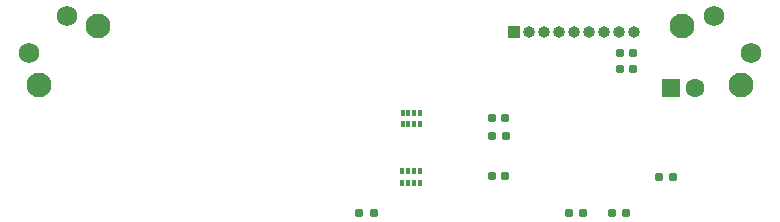
<source format=gbr>
%TF.GenerationSoftware,KiCad,Pcbnew,8.0.5*%
%TF.CreationDate,2026-02-16T11:04:40+00:00*%
%TF.ProjectId,CD32 pad,43443332-2070-4616-942e-6b696361645f,rev?*%
%TF.SameCoordinates,Original*%
%TF.FileFunction,Soldermask,Bot*%
%TF.FilePolarity,Negative*%
%FSLAX46Y46*%
G04 Gerber Fmt 4.6, Leading zero omitted, Abs format (unit mm)*
G04 Created by KiCad (PCBNEW 8.0.5) date 2026-02-16 11:04:40*
%MOMM*%
%LPD*%
G01*
G04 APERTURE LIST*
G04 Aperture macros list*
%AMRoundRect*
0 Rectangle with rounded corners*
0 $1 Rounding radius*
0 $2 $3 $4 $5 $6 $7 $8 $9 X,Y pos of 4 corners*
0 Add a 4 corners polygon primitive as box body*
4,1,4,$2,$3,$4,$5,$6,$7,$8,$9,$2,$3,0*
0 Add four circle primitives for the rounded corners*
1,1,$1+$1,$2,$3*
1,1,$1+$1,$4,$5*
1,1,$1+$1,$6,$7*
1,1,$1+$1,$8,$9*
0 Add four rect primitives between the rounded corners*
20,1,$1+$1,$2,$3,$4,$5,0*
20,1,$1+$1,$4,$5,$6,$7,0*
20,1,$1+$1,$6,$7,$8,$9,0*
20,1,$1+$1,$8,$9,$2,$3,0*%
G04 Aperture macros list end*
%ADD10R,1.000000X1.000000*%
%ADD11O,1.000000X1.000000*%
%ADD12R,1.600000X1.600000*%
%ADD13C,1.600000*%
%ADD14C,2.100000*%
%ADD15C,1.750000*%
%ADD16RoundRect,0.155000X0.212500X0.155000X-0.212500X0.155000X-0.212500X-0.155000X0.212500X-0.155000X0*%
%ADD17RoundRect,0.160000X-0.197500X-0.160000X0.197500X-0.160000X0.197500X0.160000X-0.197500X0.160000X0*%
%ADD18RoundRect,0.160000X0.197500X0.160000X-0.197500X0.160000X-0.197500X-0.160000X0.197500X-0.160000X0*%
%ADD19RoundRect,0.155000X-0.212500X-0.155000X0.212500X-0.155000X0.212500X0.155000X-0.212500X0.155000X0*%
%ADD20R,0.320000X0.500000*%
G04 APERTURE END LIST*
D10*
%TO.C,J1*%
X156750000Y-87650000D03*
D11*
X158020000Y-87650000D03*
X159290000Y-87650000D03*
X160560000Y-87650000D03*
X161830000Y-87650000D03*
X163100000Y-87650000D03*
X164370000Y-87650000D03*
X165640000Y-87650000D03*
X166910000Y-87650000D03*
%TD*%
D12*
%TO.C,C2*%
X170044888Y-92350000D03*
D13*
X172044888Y-92350000D03*
%TD*%
D14*
%TO.C,SW9*%
X175955169Y-92076560D03*
X170998350Y-87119742D03*
D15*
X176831981Y-89431981D03*
X173650000Y-86250000D03*
%TD*%
D14*
%TO.C,SW10*%
X121494579Y-87126812D03*
X116537761Y-92083631D03*
D15*
X118850000Y-86250000D03*
X115668019Y-89431981D03*
%TD*%
D16*
%TO.C,C1*%
X156017500Y-94950000D03*
X154882500Y-94950000D03*
%TD*%
D17*
%TO.C,R15*%
X143655000Y-102950000D03*
X144850000Y-102950000D03*
%TD*%
D18*
%TO.C,R1*%
X166247500Y-102950000D03*
X165052500Y-102950000D03*
%TD*%
D16*
%TO.C,C4*%
X156017500Y-99850000D03*
X154882500Y-99850000D03*
%TD*%
D18*
%TO.C,R11*%
X156047500Y-96450000D03*
X154852500Y-96450000D03*
%TD*%
D16*
%TO.C,FB1*%
X166850000Y-90750000D03*
X165715000Y-90750000D03*
%TD*%
D19*
%TO.C,C5*%
X169050000Y-99950000D03*
X170185000Y-99950000D03*
%TD*%
D17*
%TO.C,R10*%
X161355000Y-102950000D03*
X162550000Y-102950000D03*
%TD*%
D20*
%TO.C,RP1*%
X148800000Y-95450000D03*
X148300000Y-95450000D03*
X147800000Y-95450000D03*
X147300000Y-95450000D03*
X147300000Y-94450000D03*
X147800000Y-94450000D03*
X148300000Y-94450000D03*
X148800000Y-94450000D03*
%TD*%
%TO.C,RP2*%
X147250000Y-99400000D03*
X147750000Y-99400000D03*
X148250000Y-99400000D03*
X148750000Y-99400000D03*
X148750000Y-100400000D03*
X148250000Y-100400000D03*
X147750000Y-100400000D03*
X147250000Y-100400000D03*
%TD*%
D16*
%TO.C,C3*%
X166850000Y-89450000D03*
X165715000Y-89450000D03*
%TD*%
M02*

</source>
